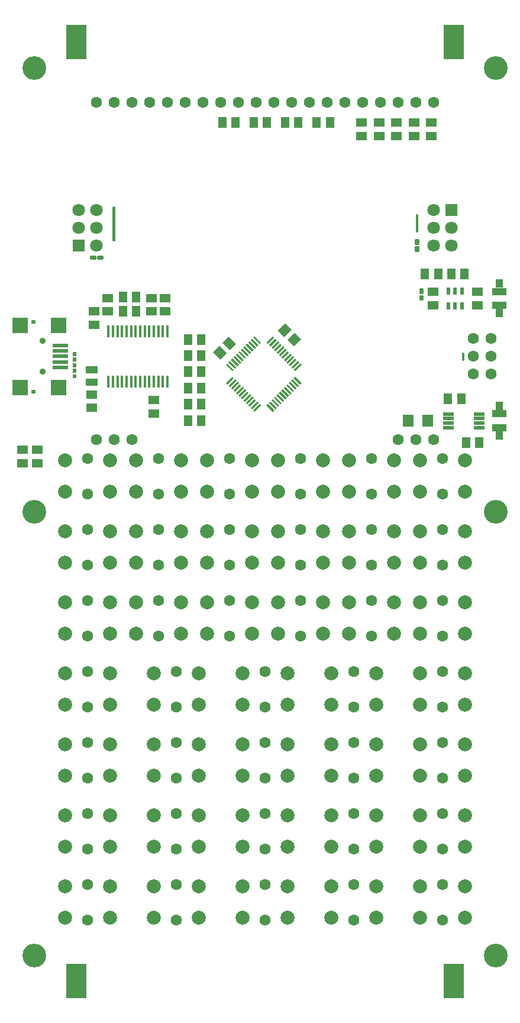
<source format=gbs>
G04 (created by PCBNEW (2013-07-07 BZR 4022)-stable) date 12/4/2014 9:46:18 PM*
%MOIN*%
G04 Gerber Fmt 3.4, Leading zero omitted, Abs format*
%FSLAX34Y34*%
G01*
G70*
G90*
G04 APERTURE LIST*
%ADD10C,0.00590551*%
%ADD11R,0.0708661X0.0708661*%
%ADD12C,0.0708661*%
%ADD13C,0.0629921*%
%ADD14R,0.0512X0.059*%
%ADD15R,0.059X0.0512*%
%ADD16R,0.063X0.071*%
%ADD17R,0.0787402X0.0393701*%
%ADD18R,0.0393701X0.0492126*%
%ADD19R,0.0865X0.0865*%
%ADD20R,0.0865X0.0196*%
%ADD21C,0.0354*%
%ADD22C,0.0787402*%
%ADD23R,0.0624866X0.0219354*%
%ADD24R,0.0236X0.0394*%
%ADD25R,0.07X0.04*%
%ADD26R,0.016X0.065*%
%ADD27R,0.11811X0.19685*%
%ADD28C,0.133858*%
%ADD29C,0.00393701*%
%ADD30C,0.01*%
G04 APERTURE END LIST*
G54D10*
G54D11*
X52500Y-38000D03*
G54D12*
X51500Y-38000D03*
X52500Y-39000D03*
X51500Y-39000D03*
X52500Y-40000D03*
X51500Y-40000D03*
G54D11*
X31500Y-40000D03*
G54D12*
X32500Y-40000D03*
X31500Y-39000D03*
X32500Y-39000D03*
X31500Y-38000D03*
X32500Y-38000D03*
G54D13*
X53724Y-47259D03*
X53724Y-46259D03*
X53724Y-45259D03*
X54724Y-47259D03*
X54724Y-46259D03*
X54724Y-45259D03*
X54724Y-45259D03*
X54724Y-46259D03*
X54724Y-47259D03*
G54D14*
X52302Y-48661D03*
X53052Y-48661D03*
X54075Y-51102D03*
X53325Y-51102D03*
G54D15*
X51377Y-33839D03*
X51377Y-33089D03*
X50393Y-33839D03*
X50393Y-33089D03*
X49409Y-33839D03*
X49409Y-33089D03*
X48425Y-33839D03*
X48425Y-33089D03*
X47440Y-33839D03*
X47440Y-33089D03*
G54D14*
X45650Y-33070D03*
X44900Y-33070D03*
X43878Y-33070D03*
X43128Y-33070D03*
X41357Y-33070D03*
X42107Y-33070D03*
X40335Y-33070D03*
X39585Y-33070D03*
G54D15*
X32244Y-48404D03*
X32244Y-49154D03*
X36377Y-43721D03*
X36377Y-42971D03*
X35590Y-43721D03*
X35590Y-42971D03*
X51456Y-42617D03*
X51456Y-43367D03*
X33149Y-43721D03*
X33149Y-42971D03*
G54D10*
G36*
X39431Y-45662D02*
X39848Y-46080D01*
X39486Y-46442D01*
X39069Y-46024D01*
X39431Y-45662D01*
X39431Y-45662D01*
G37*
G36*
X39961Y-45132D02*
X40379Y-45549D01*
X40017Y-45911D01*
X39599Y-45494D01*
X39961Y-45132D01*
X39961Y-45132D01*
G37*
G36*
X43261Y-45332D02*
X43678Y-44914D01*
X44040Y-45276D01*
X43623Y-45694D01*
X43261Y-45332D01*
X43261Y-45332D01*
G37*
G36*
X42731Y-44801D02*
X43148Y-44384D01*
X43510Y-44746D01*
X43093Y-45163D01*
X42731Y-44801D01*
X42731Y-44801D01*
G37*
G54D15*
X53976Y-42617D03*
X53976Y-43367D03*
G54D16*
X50079Y-49881D03*
X51179Y-49881D03*
G54D14*
X38406Y-49881D03*
X37656Y-49881D03*
X38406Y-48031D03*
X37656Y-48031D03*
X38406Y-48937D03*
X37656Y-48937D03*
X51002Y-41614D03*
X51752Y-41614D03*
X53249Y-41614D03*
X52499Y-41614D03*
X38406Y-46220D03*
X37656Y-46220D03*
X37656Y-47125D03*
X38406Y-47125D03*
X34745Y-43700D03*
X33995Y-43700D03*
G54D15*
X29173Y-51514D03*
X29173Y-52264D03*
X28346Y-51514D03*
X28346Y-52264D03*
G54D14*
X33995Y-42913D03*
X34745Y-42913D03*
G54D15*
X32362Y-44469D03*
X32362Y-43719D03*
G54D14*
X37656Y-45314D03*
X38406Y-45314D03*
G54D17*
X55196Y-43385D03*
X55196Y-42598D03*
G54D18*
X55196Y-43828D03*
X55196Y-42155D03*
G54D17*
X55196Y-50275D03*
X55196Y-49488D03*
G54D18*
X55196Y-50718D03*
X55196Y-49045D03*
G54D19*
X30362Y-44515D03*
G54D20*
X30472Y-46888D03*
X30472Y-46573D03*
X30472Y-46259D03*
X30472Y-45945D03*
X30472Y-45630D03*
G54D21*
X29477Y-47124D03*
X29477Y-45393D03*
G54D19*
X30362Y-48003D03*
X28197Y-48003D03*
X28197Y-44515D03*
G54D22*
X43279Y-72114D03*
X40720Y-73885D03*
X43279Y-73885D03*
X40720Y-72114D03*
G54D13*
X42000Y-74000D03*
X42000Y-72000D03*
G54D22*
X43279Y-76114D03*
X40720Y-77885D03*
X43279Y-77885D03*
X40720Y-76114D03*
G54D13*
X42000Y-78000D03*
X42000Y-76000D03*
G54D22*
X38279Y-76114D03*
X35720Y-77885D03*
X38279Y-77885D03*
X35720Y-76114D03*
G54D13*
X37000Y-78000D03*
X37000Y-76000D03*
G54D22*
X33279Y-76114D03*
X30720Y-77885D03*
X33279Y-77885D03*
X30720Y-76114D03*
G54D13*
X32000Y-78000D03*
X32000Y-76000D03*
G54D22*
X33279Y-52114D03*
X30720Y-53885D03*
X33279Y-53885D03*
X30720Y-52114D03*
G54D13*
X32000Y-54000D03*
X32000Y-52000D03*
G54D22*
X38279Y-68114D03*
X35720Y-69885D03*
X38279Y-69885D03*
X35720Y-68114D03*
G54D13*
X37000Y-70000D03*
X37000Y-68000D03*
G54D22*
X38279Y-64114D03*
X35720Y-65885D03*
X38279Y-65885D03*
X35720Y-64114D03*
G54D13*
X37000Y-66000D03*
X37000Y-64000D03*
G54D22*
X41279Y-60114D03*
X38720Y-61885D03*
X41279Y-61885D03*
X38720Y-60114D03*
G54D13*
X40000Y-62000D03*
X40000Y-60000D03*
G54D22*
X33279Y-72114D03*
X30720Y-73885D03*
X33279Y-73885D03*
X30720Y-72114D03*
G54D13*
X32000Y-74000D03*
X32000Y-72000D03*
G54D22*
X33279Y-68114D03*
X30720Y-69885D03*
X33279Y-69885D03*
X30720Y-68114D03*
G54D13*
X32000Y-70000D03*
X32000Y-68000D03*
G54D22*
X38279Y-72114D03*
X35720Y-73885D03*
X38279Y-73885D03*
X35720Y-72114D03*
G54D13*
X37000Y-74000D03*
X37000Y-72000D03*
G54D22*
X37279Y-52114D03*
X34720Y-53885D03*
X37279Y-53885D03*
X34720Y-52114D03*
G54D13*
X36000Y-54000D03*
X36000Y-52000D03*
G54D22*
X41279Y-52114D03*
X38720Y-53885D03*
X41279Y-53885D03*
X38720Y-52114D03*
G54D13*
X40000Y-54000D03*
X40000Y-52000D03*
G54D22*
X49279Y-56114D03*
X46720Y-57885D03*
X49279Y-57885D03*
X46720Y-56114D03*
G54D13*
X48000Y-58000D03*
X48000Y-56000D03*
G54D22*
X49279Y-60114D03*
X46720Y-61885D03*
X49279Y-61885D03*
X46720Y-60114D03*
G54D13*
X48000Y-62000D03*
X48000Y-60000D03*
G54D22*
X48279Y-64114D03*
X45720Y-65885D03*
X48279Y-65885D03*
X45720Y-64114D03*
G54D13*
X47000Y-66000D03*
X47000Y-64000D03*
G54D22*
X43279Y-68114D03*
X40720Y-69885D03*
X43279Y-69885D03*
X40720Y-68114D03*
G54D13*
X42000Y-70000D03*
X42000Y-68000D03*
G54D22*
X33279Y-64114D03*
X30720Y-65885D03*
X33279Y-65885D03*
X30720Y-64114D03*
G54D13*
X32000Y-66000D03*
X32000Y-64000D03*
G54D22*
X43279Y-64114D03*
X40720Y-65885D03*
X43279Y-65885D03*
X40720Y-64114D03*
G54D13*
X42000Y-66000D03*
X42000Y-64000D03*
G54D22*
X45279Y-60114D03*
X42720Y-61885D03*
X45279Y-61885D03*
X42720Y-60114D03*
G54D13*
X44000Y-62000D03*
X44000Y-60000D03*
G54D22*
X45279Y-56114D03*
X42720Y-57885D03*
X45279Y-57885D03*
X42720Y-56114D03*
G54D13*
X44000Y-58000D03*
X44000Y-56000D03*
G54D22*
X48279Y-76114D03*
X45720Y-77885D03*
X48279Y-77885D03*
X45720Y-76114D03*
G54D13*
X47000Y-78000D03*
X47000Y-76000D03*
G54D22*
X48279Y-68114D03*
X45720Y-69885D03*
X48279Y-69885D03*
X45720Y-68114D03*
G54D13*
X47000Y-70000D03*
X47000Y-68000D03*
G54D22*
X48279Y-72114D03*
X45720Y-73885D03*
X48279Y-73885D03*
X45720Y-72114D03*
G54D13*
X47000Y-74000D03*
X47000Y-72000D03*
G54D22*
X45279Y-52114D03*
X42720Y-53885D03*
X45279Y-53885D03*
X42720Y-52114D03*
G54D13*
X44000Y-54000D03*
X44000Y-52000D03*
G54D22*
X53279Y-76114D03*
X50720Y-77885D03*
X53279Y-77885D03*
X50720Y-76114D03*
G54D13*
X52000Y-78000D03*
X52000Y-76000D03*
G54D22*
X53279Y-72114D03*
X50720Y-73885D03*
X53279Y-73885D03*
X50720Y-72114D03*
G54D13*
X52000Y-74000D03*
X52000Y-72000D03*
G54D22*
X53279Y-68114D03*
X50720Y-69885D03*
X53279Y-69885D03*
X50720Y-68114D03*
G54D13*
X52000Y-70000D03*
X52000Y-68000D03*
G54D22*
X53279Y-64114D03*
X50720Y-65885D03*
X53279Y-65885D03*
X50720Y-64114D03*
G54D13*
X52000Y-66000D03*
X52000Y-64000D03*
G54D22*
X53279Y-60114D03*
X50720Y-61885D03*
X53279Y-61885D03*
X50720Y-60114D03*
G54D13*
X52000Y-62000D03*
X52000Y-60000D03*
G54D22*
X53279Y-52114D03*
X50720Y-53885D03*
X53279Y-53885D03*
X50720Y-52114D03*
G54D13*
X52000Y-54000D03*
X52000Y-52000D03*
G54D22*
X53279Y-56114D03*
X50720Y-57885D03*
X53279Y-57885D03*
X50720Y-56114D03*
G54D13*
X52000Y-58000D03*
X52000Y-56000D03*
G54D22*
X41279Y-56114D03*
X38720Y-57885D03*
X41279Y-57885D03*
X38720Y-56114D03*
G54D13*
X40000Y-58000D03*
X40000Y-56000D03*
G54D22*
X37279Y-56114D03*
X34720Y-57885D03*
X37279Y-57885D03*
X34720Y-56114D03*
G54D13*
X36000Y-58000D03*
X36000Y-56000D03*
G54D22*
X37279Y-60114D03*
X34720Y-61885D03*
X37279Y-61885D03*
X34720Y-60114D03*
G54D13*
X36000Y-62000D03*
X36000Y-60000D03*
G54D22*
X33279Y-60114D03*
X30720Y-61885D03*
X33279Y-61885D03*
X30720Y-60114D03*
G54D13*
X32000Y-62000D03*
X32000Y-60000D03*
G54D22*
X49279Y-52114D03*
X46720Y-53885D03*
X49279Y-53885D03*
X46720Y-52114D03*
G54D13*
X48000Y-54000D03*
X48000Y-52000D03*
G54D22*
X33279Y-56114D03*
X30720Y-57885D03*
X33279Y-57885D03*
X30720Y-56114D03*
G54D13*
X32000Y-58000D03*
X32000Y-56000D03*
G54D23*
X52322Y-50265D03*
X52322Y-50009D03*
X52322Y-49753D03*
X52322Y-49498D03*
X54055Y-49498D03*
X54055Y-49753D03*
X54055Y-50009D03*
X54055Y-50265D03*
G54D24*
X53091Y-43408D03*
X52341Y-43408D03*
X52716Y-43408D03*
X52341Y-42576D03*
X53091Y-42576D03*
X52716Y-42576D03*
G54D25*
X32244Y-47712D03*
X32244Y-47012D03*
G54D26*
X34970Y-47676D03*
X34714Y-47676D03*
X34458Y-47676D03*
X34202Y-47676D03*
X35738Y-44842D03*
X35738Y-47676D03*
X35482Y-47676D03*
X35226Y-47676D03*
X33946Y-44842D03*
X34202Y-44842D03*
X34458Y-44842D03*
X34714Y-44842D03*
X34970Y-44842D03*
X35226Y-44842D03*
X33946Y-47676D03*
X35482Y-44842D03*
X35994Y-44842D03*
X36249Y-44842D03*
X36505Y-44842D03*
X36505Y-47676D03*
X36249Y-47676D03*
X35994Y-47676D03*
X33690Y-47676D03*
X33435Y-47676D03*
X33179Y-47676D03*
X33179Y-44842D03*
X33435Y-44842D03*
X33690Y-44842D03*
G54D10*
G36*
X42499Y-45894D02*
X42861Y-45532D01*
X42945Y-45615D01*
X42583Y-45977D01*
X42499Y-45894D01*
X42499Y-45894D01*
G37*
G36*
X42639Y-46033D02*
X43001Y-45671D01*
X43084Y-45754D01*
X42722Y-46116D01*
X42639Y-46033D01*
X42639Y-46033D01*
G37*
G36*
X42778Y-46172D02*
X43140Y-45810D01*
X43223Y-45894D01*
X42861Y-46256D01*
X42778Y-46172D01*
X42778Y-46172D01*
G37*
G36*
X42916Y-46311D02*
X43279Y-45949D01*
X43362Y-46032D01*
X43000Y-46394D01*
X42916Y-46311D01*
X42916Y-46311D01*
G37*
G36*
X43056Y-46450D02*
X43418Y-46088D01*
X43501Y-46172D01*
X43139Y-46534D01*
X43056Y-46450D01*
X43056Y-46450D01*
G37*
G36*
X42081Y-45476D02*
X42443Y-45114D01*
X42527Y-45197D01*
X42165Y-45559D01*
X42081Y-45476D01*
X42081Y-45476D01*
G37*
G36*
X42221Y-45615D02*
X42583Y-45253D01*
X42666Y-45337D01*
X42304Y-45699D01*
X42221Y-45615D01*
X42221Y-45615D01*
G37*
G36*
X42360Y-45754D02*
X42722Y-45392D01*
X42805Y-45476D01*
X42443Y-45838D01*
X42360Y-45754D01*
X42360Y-45754D01*
G37*
G36*
X43613Y-47480D02*
X43696Y-47396D01*
X44058Y-47758D01*
X43975Y-47842D01*
X43613Y-47480D01*
X43613Y-47480D01*
G37*
G36*
X43474Y-47619D02*
X43557Y-47536D01*
X43919Y-47898D01*
X43836Y-47981D01*
X43474Y-47619D01*
X43474Y-47619D01*
G37*
G36*
X43334Y-47758D02*
X43418Y-47675D01*
X43780Y-48037D01*
X43696Y-48120D01*
X43334Y-47758D01*
X43334Y-47758D01*
G37*
G36*
X43195Y-47898D02*
X43279Y-47814D01*
X43641Y-48176D01*
X43557Y-48260D01*
X43195Y-47898D01*
X43195Y-47898D01*
G37*
G36*
X43056Y-48037D02*
X43139Y-47954D01*
X43501Y-48316D01*
X43418Y-48399D01*
X43056Y-48037D01*
X43056Y-48037D01*
G37*
G36*
X42916Y-48176D02*
X43000Y-48093D01*
X43362Y-48455D01*
X43279Y-48538D01*
X42916Y-48176D01*
X42916Y-48176D01*
G37*
G36*
X42778Y-48315D02*
X42861Y-48231D01*
X43223Y-48593D01*
X43140Y-48677D01*
X42778Y-48315D01*
X42778Y-48315D01*
G37*
G36*
X42639Y-48454D02*
X42722Y-48371D01*
X43084Y-48733D01*
X43001Y-48816D01*
X42639Y-48454D01*
X42639Y-48454D01*
G37*
G36*
X41330Y-49290D02*
X41692Y-48928D01*
X41776Y-49011D01*
X41414Y-49373D01*
X41330Y-49290D01*
X41330Y-49290D01*
G37*
G36*
X41191Y-49151D02*
X41553Y-48789D01*
X41637Y-48872D01*
X41275Y-49234D01*
X41191Y-49151D01*
X41191Y-49151D01*
G37*
G36*
X41052Y-49011D02*
X41414Y-48649D01*
X41497Y-48733D01*
X41135Y-49095D01*
X41052Y-49011D01*
X41052Y-49011D01*
G37*
G36*
X40913Y-48872D02*
X41275Y-48510D01*
X41358Y-48593D01*
X40996Y-48956D01*
X40913Y-48872D01*
X40913Y-48872D01*
G37*
G36*
X40773Y-48733D02*
X41135Y-48371D01*
X41219Y-48454D01*
X40857Y-48816D01*
X40773Y-48733D01*
X40773Y-48733D01*
G37*
G36*
X40634Y-48593D02*
X40996Y-48231D01*
X41079Y-48315D01*
X40717Y-48677D01*
X40634Y-48593D01*
X40634Y-48593D01*
G37*
G36*
X40495Y-48455D02*
X40857Y-48093D01*
X40941Y-48176D01*
X40579Y-48538D01*
X40495Y-48455D01*
X40495Y-48455D01*
G37*
G36*
X40356Y-48316D02*
X40718Y-47954D01*
X40802Y-48037D01*
X40439Y-48399D01*
X40356Y-48316D01*
X40356Y-48316D01*
G37*
G36*
X39799Y-46729D02*
X39882Y-46645D01*
X40244Y-47007D01*
X40161Y-47091D01*
X39799Y-46729D01*
X39799Y-46729D01*
G37*
G36*
X39938Y-46590D02*
X40022Y-46506D01*
X40384Y-46868D01*
X40300Y-46952D01*
X39938Y-46590D01*
X39938Y-46590D01*
G37*
G36*
X40077Y-46450D02*
X40161Y-46367D01*
X40523Y-46729D01*
X40439Y-46812D01*
X40077Y-46450D01*
X40077Y-46450D01*
G37*
G36*
X40217Y-46311D02*
X40300Y-46227D01*
X40662Y-46590D01*
X40579Y-46673D01*
X40217Y-46311D01*
X40217Y-46311D01*
G37*
G36*
X40356Y-46172D02*
X40439Y-46088D01*
X40802Y-46450D01*
X40718Y-46534D01*
X40356Y-46172D01*
X40356Y-46172D01*
G37*
G36*
X40495Y-46032D02*
X40579Y-45949D01*
X40941Y-46311D01*
X40857Y-46394D01*
X40495Y-46032D01*
X40495Y-46032D01*
G37*
G36*
X40634Y-45894D02*
X40717Y-45810D01*
X41079Y-46172D01*
X40996Y-46256D01*
X40634Y-45894D01*
X40634Y-45894D01*
G37*
G36*
X40773Y-45754D02*
X40857Y-45671D01*
X41219Y-46033D01*
X41135Y-46116D01*
X40773Y-45754D01*
X40773Y-45754D01*
G37*
G36*
X43195Y-46590D02*
X43557Y-46227D01*
X43641Y-46311D01*
X43279Y-46673D01*
X43195Y-46590D01*
X43195Y-46590D01*
G37*
G36*
X43334Y-46729D02*
X43696Y-46367D01*
X43780Y-46450D01*
X43418Y-46812D01*
X43334Y-46729D01*
X43334Y-46729D01*
G37*
G36*
X43474Y-46868D02*
X43836Y-46506D01*
X43919Y-46590D01*
X43557Y-46952D01*
X43474Y-46868D01*
X43474Y-46868D01*
G37*
G36*
X43613Y-47007D02*
X43975Y-46645D01*
X44058Y-46729D01*
X43696Y-47091D01*
X43613Y-47007D01*
X43613Y-47007D01*
G37*
G36*
X42499Y-48593D02*
X42583Y-48510D01*
X42945Y-48872D01*
X42861Y-48956D01*
X42499Y-48593D01*
X42499Y-48593D01*
G37*
G36*
X42360Y-48733D02*
X42443Y-48649D01*
X42805Y-49011D01*
X42722Y-49095D01*
X42360Y-48733D01*
X42360Y-48733D01*
G37*
G36*
X42221Y-48872D02*
X42304Y-48789D01*
X42666Y-49151D01*
X42583Y-49234D01*
X42221Y-48872D01*
X42221Y-48872D01*
G37*
G36*
X42081Y-49011D02*
X42165Y-48928D01*
X42527Y-49290D01*
X42443Y-49373D01*
X42081Y-49011D01*
X42081Y-49011D01*
G37*
G36*
X40217Y-48176D02*
X40579Y-47814D01*
X40662Y-47898D01*
X40300Y-48260D01*
X40217Y-48176D01*
X40217Y-48176D01*
G37*
G36*
X40077Y-48037D02*
X40439Y-47675D01*
X40523Y-47758D01*
X40161Y-48120D01*
X40077Y-48037D01*
X40077Y-48037D01*
G37*
G36*
X39938Y-47898D02*
X40300Y-47536D01*
X40384Y-47619D01*
X40022Y-47981D01*
X39938Y-47898D01*
X39938Y-47898D01*
G37*
G36*
X39799Y-47758D02*
X40161Y-47396D01*
X40244Y-47480D01*
X39882Y-47842D01*
X39799Y-47758D01*
X39799Y-47758D01*
G37*
G36*
X40913Y-45615D02*
X40996Y-45532D01*
X41358Y-45894D01*
X41275Y-45977D01*
X40913Y-45615D01*
X40913Y-45615D01*
G37*
G36*
X41052Y-45476D02*
X41135Y-45392D01*
X41497Y-45754D01*
X41414Y-45838D01*
X41052Y-45476D01*
X41052Y-45476D01*
G37*
G36*
X41191Y-45337D02*
X41275Y-45253D01*
X41637Y-45615D01*
X41553Y-45699D01*
X41191Y-45337D01*
X41191Y-45337D01*
G37*
G36*
X41330Y-45197D02*
X41414Y-45114D01*
X41776Y-45476D01*
X41692Y-45559D01*
X41330Y-45197D01*
X41330Y-45197D01*
G37*
G54D13*
X51507Y-31948D03*
X50507Y-31948D03*
X49507Y-31948D03*
X48507Y-31948D03*
X47507Y-31948D03*
X46507Y-31948D03*
X45507Y-31948D03*
X44507Y-31948D03*
X43507Y-31948D03*
X42507Y-31948D03*
X41507Y-31948D03*
X40507Y-31948D03*
X39507Y-31948D03*
X38507Y-31948D03*
X37507Y-31948D03*
X36507Y-31948D03*
X35507Y-31948D03*
X34507Y-31948D03*
X33507Y-31948D03*
X32507Y-31948D03*
X51507Y-50948D03*
X50507Y-50948D03*
X49507Y-50948D03*
X32507Y-50948D03*
X33507Y-50948D03*
X34507Y-50948D03*
G54D27*
X31377Y-28543D03*
X52637Y-28543D03*
X52637Y-81456D03*
X31377Y-81456D03*
G54D15*
X35748Y-48719D03*
X35748Y-49469D03*
G54D28*
X29000Y-80000D03*
X55000Y-80000D03*
X29000Y-30000D03*
X55000Y-30000D03*
X29000Y-55000D03*
X55000Y-55000D03*
G54D10*
G36*
X31338Y-46200D02*
X31181Y-46200D01*
X31181Y-46006D01*
X31338Y-46021D01*
X31338Y-46200D01*
X31338Y-46200D01*
G37*
G54D29*
X31338Y-46200D02*
X31181Y-46200D01*
X31181Y-46006D01*
X31338Y-46021D01*
X31338Y-46200D01*
G54D10*
G36*
X31338Y-46515D02*
X31181Y-46515D01*
X31181Y-46318D01*
X31338Y-46318D01*
X31338Y-46515D01*
X31338Y-46515D01*
G37*
G54D29*
X31338Y-46515D02*
X31181Y-46515D01*
X31181Y-46318D01*
X31338Y-46318D01*
X31338Y-46515D01*
G54D10*
G36*
X31338Y-46830D02*
X31181Y-46830D01*
X31181Y-46633D01*
X31338Y-46633D01*
X31338Y-46830D01*
X31338Y-46830D01*
G37*
G54D29*
X31338Y-46830D02*
X31181Y-46830D01*
X31181Y-46633D01*
X31338Y-46633D01*
X31338Y-46830D01*
G54D10*
G36*
X31338Y-47145D02*
X31181Y-47145D01*
X31181Y-46948D01*
X31338Y-46948D01*
X31338Y-47145D01*
X31338Y-47145D01*
G37*
G54D29*
X31338Y-47145D02*
X31181Y-47145D01*
X31181Y-46948D01*
X31338Y-46948D01*
X31338Y-47145D01*
G54D10*
G36*
X31338Y-47460D02*
X31181Y-47460D01*
X31181Y-47263D01*
X31338Y-47263D01*
X31338Y-47460D01*
X31338Y-47460D01*
G37*
G54D29*
X31338Y-47460D02*
X31181Y-47460D01*
X31181Y-47263D01*
X31338Y-47263D01*
X31338Y-47460D01*
G54D10*
G36*
X29035Y-48307D02*
X28838Y-48307D01*
X28838Y-48149D01*
X29035Y-48149D01*
X29035Y-48307D01*
X29035Y-48307D01*
G37*
G54D29*
X29035Y-48307D02*
X28838Y-48307D01*
X28838Y-48149D01*
X29035Y-48149D01*
X29035Y-48307D01*
G54D10*
G36*
X29035Y-44370D02*
X28838Y-44370D01*
X28838Y-44212D01*
X29035Y-44212D01*
X29035Y-44370D01*
X29035Y-44370D01*
G37*
G54D29*
X29035Y-44370D02*
X28838Y-44370D01*
X28838Y-44212D01*
X29035Y-44212D01*
X29035Y-44370D01*
G54D10*
G36*
X50619Y-40304D02*
X50483Y-40304D01*
X50483Y-40089D01*
X50619Y-40089D01*
X50619Y-40304D01*
X50619Y-40304D01*
G37*
G54D30*
X50619Y-40304D02*
X50483Y-40304D01*
X50483Y-40089D01*
X50619Y-40089D01*
X50619Y-40304D01*
G54D10*
G36*
X50855Y-43060D02*
X50719Y-43060D01*
X50719Y-42845D01*
X50855Y-42845D01*
X50855Y-43060D01*
X50855Y-43060D01*
G37*
G54D30*
X50855Y-43060D02*
X50719Y-43060D01*
X50719Y-42845D01*
X50855Y-42845D01*
X50855Y-43060D01*
G54D10*
G36*
X33493Y-39713D02*
X33435Y-39713D01*
X33435Y-37845D01*
X33493Y-37845D01*
X33493Y-39713D01*
X33493Y-39713D01*
G37*
G54D30*
X33493Y-39713D02*
X33435Y-39713D01*
X33435Y-37845D01*
X33493Y-37845D01*
X33493Y-39713D01*
G54D10*
G36*
X32430Y-40737D02*
X32175Y-40737D01*
X32175Y-40601D01*
X32430Y-40601D01*
X32430Y-40737D01*
X32430Y-40737D01*
G37*
G54D30*
X32430Y-40737D02*
X32175Y-40737D01*
X32175Y-40601D01*
X32430Y-40601D01*
X32430Y-40737D01*
G54D10*
G36*
X32824Y-40737D02*
X32569Y-40737D01*
X32569Y-40601D01*
X32824Y-40601D01*
X32824Y-40737D01*
X32824Y-40737D01*
G37*
G54D30*
X32824Y-40737D02*
X32569Y-40737D01*
X32569Y-40601D01*
X32824Y-40601D01*
X32824Y-40737D01*
G54D10*
G36*
X50579Y-39201D02*
X50522Y-39201D01*
X50522Y-38278D01*
X50579Y-38278D01*
X50579Y-39201D01*
X50579Y-39201D01*
G37*
G54D30*
X50579Y-39201D02*
X50522Y-39201D01*
X50522Y-38278D01*
X50579Y-38278D01*
X50579Y-39201D01*
G54D10*
G36*
X50855Y-42666D02*
X50719Y-42666D01*
X50719Y-42451D01*
X50855Y-42451D01*
X50855Y-42666D01*
X50855Y-42666D01*
G37*
G54D30*
X50855Y-42666D02*
X50719Y-42666D01*
X50719Y-42451D01*
X50855Y-42451D01*
X50855Y-42666D01*
G54D10*
G36*
X50619Y-39910D02*
X50483Y-39910D01*
X50483Y-39695D01*
X50619Y-39695D01*
X50619Y-39910D01*
X50619Y-39910D01*
G37*
G54D30*
X50619Y-39910D02*
X50483Y-39910D01*
X50483Y-39695D01*
X50619Y-39695D01*
X50619Y-39910D01*
G54D10*
G36*
X53178Y-46446D02*
X53120Y-46446D01*
X53120Y-46073D01*
X53178Y-46073D01*
X53178Y-46446D01*
X53178Y-46446D01*
G37*
G54D30*
X53178Y-46446D02*
X53120Y-46446D01*
X53120Y-46073D01*
X53178Y-46073D01*
X53178Y-46446D01*
M02*

</source>
